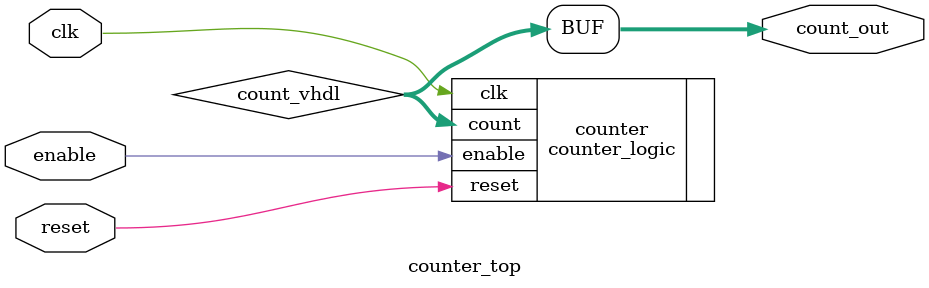
<source format=v>
module counter_top(
    input wire clk,
    input wire reset,
    input wire enable,
    output wire [7:0] count_out
);

// Interface wires
wire [7:0] count_vhdl;

// Instantiate the VHDL counter
counter_logic counter(
    .clk(clk),
    .reset(reset),
    .enable(enable),
    .count(count_vhdl)
);

// Connect VHDL output to Verilog output
assign count_out = count_vhdl;

endmodule

</source>
